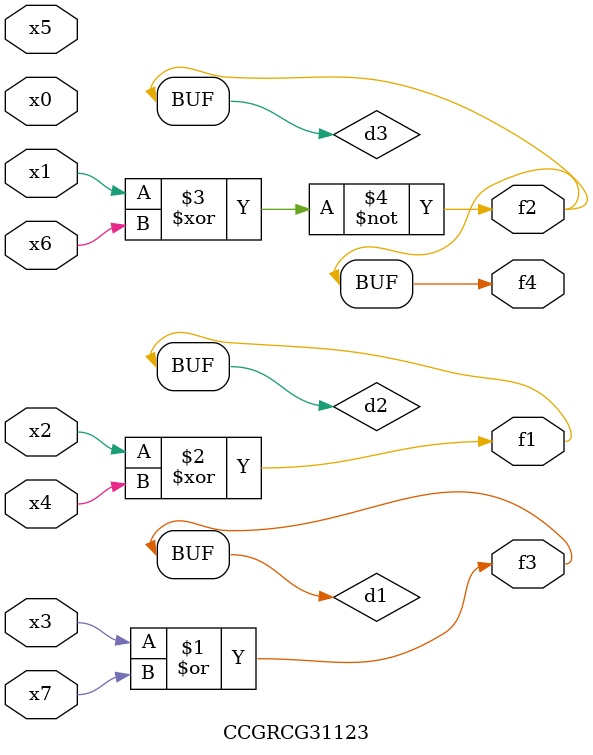
<source format=v>
module CCGRCG31123(
	input x0, x1, x2, x3, x4, x5, x6, x7,
	output f1, f2, f3, f4
);

	wire d1, d2, d3;

	or (d1, x3, x7);
	xor (d2, x2, x4);
	xnor (d3, x1, x6);
	assign f1 = d2;
	assign f2 = d3;
	assign f3 = d1;
	assign f4 = d3;
endmodule

</source>
